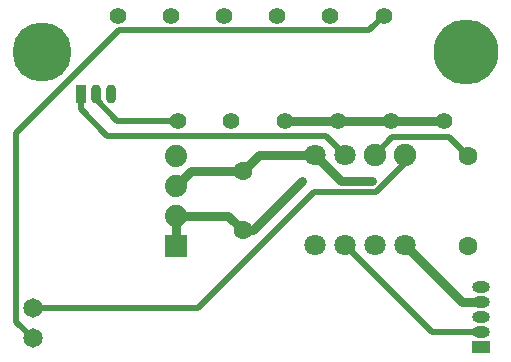
<source format=gtl>
G04 Layer: TopLayer*
G04 EasyEDA v6.5.34, 2023-08-16 01:38:41*
G04 0b4bf82fb62e4253a9ec38605943c121,d082a57bed8c4960b86515869d5a82c3,10*
G04 Gerber Generator version 0.2*
G04 Scale: 100 percent, Rotated: No, Reflected: No *
G04 Dimensions in millimeters *
G04 leading zeros omitted , absolute positions ,4 integer and 5 decimal *
%FSLAX45Y45*%
%MOMM*%

%ADD10C,0.5000*%
%ADD11C,0.7500*%
%ADD12C,1.6510*%
%ADD13C,1.4000*%
%ADD14C,1.6000*%
%ADD15R,1.8796X1.8796*%
%ADD16C,1.8796*%
%ADD17C,1.8000*%
%ADD18C,1.9050*%
%ADD19R,1.5240X1.0000*%
%ADD20O,1.524X0.9999979999999999*%
%ADD21O,0.8999982X1.5999968*%
%ADD22R,0.9000X1.6000*%
%ADD23C,5.5000*%
%ADD24C,5.0000*%
%ADD25C,0.6100*%

%LPD*%
D10*
X927100Y2603500D02*
G01*
X927100Y2559989D01*
X1109370Y2377719D01*
X1626615Y2377719D01*
X393700Y787400D02*
G01*
X1790420Y787400D01*
X2778074Y1775053D01*
X3299358Y1775053D01*
X3542766Y2018461D01*
X3542766Y2088870D01*
X4191000Y584200D02*
G01*
X3777437Y584200D01*
X3034766Y1326870D01*
X3364509Y3261080D02*
G01*
X3244316Y3140887D01*
X1123924Y3140887D01*
X255346Y2272309D01*
X255346Y671753D01*
X393700Y533400D01*
D11*
X2171700Y1948586D02*
G01*
X1732584Y1948586D01*
X1609597Y1825599D01*
X2780766Y2088870D02*
G01*
X3006928Y1862709D01*
X3263036Y1862709D01*
X2780766Y2088870D02*
G01*
X2311984Y2088870D01*
X2171700Y1948586D01*
D10*
X800100Y2473426D02*
G01*
X1026972Y2246553D01*
X2877083Y2246553D01*
X3034766Y2088870D01*
X800100Y2603500D02*
G01*
X800100Y2473426D01*
X3288766Y2088870D02*
G01*
X3436340Y2236444D01*
X3919854Y2236444D01*
X4076700Y2079599D01*
D11*
X4191000Y838200D02*
G01*
X4031437Y838200D01*
X3542766Y1326870D01*
X2171700Y1448587D02*
G01*
X2261158Y1448587D01*
X2676169Y1863597D01*
X3874515Y2377719D02*
G01*
X3424936Y2377719D01*
X3424936Y2377719D02*
G01*
X2975356Y2377719D01*
X2975356Y2377719D02*
G01*
X2525775Y2377719D01*
X1609597Y1571599D02*
G01*
X2048687Y1571599D01*
X2171700Y1448587D01*
X1609597Y1317599D02*
G01*
X1609597Y1571599D01*
D12*
G01*
X393700Y787397D03*
G01*
X393700Y533397D03*
D13*
G01*
X1566176Y3261078D03*
G01*
X2076183Y2377721D03*
G01*
X2015756Y3261078D03*
G01*
X2525763Y2377721D03*
G01*
X2465336Y3261078D03*
G01*
X2975343Y2377721D03*
D14*
G01*
X4076700Y1317594D03*
G01*
X4076700Y2079594D03*
D13*
G01*
X1116596Y3261078D03*
G01*
X1626603Y2377721D03*
G01*
X2914916Y3261078D03*
G01*
X3424923Y2377721D03*
G01*
X3364496Y3261078D03*
G01*
X3874503Y2377721D03*
D15*
G01*
X1609595Y1317597D03*
D16*
G01*
X1609595Y1571597D03*
G01*
X1609595Y1825597D03*
G01*
X1609595Y2079597D03*
D17*
G01*
X2780761Y1326880D03*
G01*
X3034761Y1326880D03*
G01*
X3288761Y1326880D03*
G01*
X3542761Y1326880D03*
D18*
G01*
X3542761Y2088880D03*
D17*
G01*
X3034761Y2088880D03*
G01*
X2780761Y2088880D03*
D18*
G01*
X3288761Y2088880D03*
D19*
G01*
X4190992Y457197D03*
D20*
G01*
X4190992Y584197D03*
G01*
X4190992Y711197D03*
G01*
X4190992Y838197D03*
G01*
X4190992Y965197D03*
D21*
G01*
X1054100Y2603500D03*
G01*
X927100Y2603500D03*
D22*
G01*
X800100Y2603500D03*
D14*
G01*
X2171700Y1948581D03*
G01*
X2171700Y1448582D03*
D23*
G01*
X4064000Y2959100D03*
D24*
G01*
X469900Y2959100D03*
D25*
G01*
X2676169Y1863597D03*
G01*
X3263036Y1862709D03*
M02*

</source>
